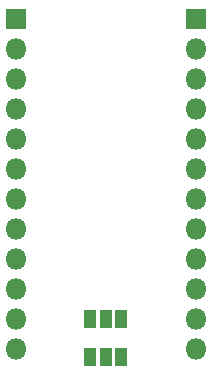
<source format=gbr>
%TF.GenerationSoftware,KiCad,Pcbnew,5.1.6+dfsg1-1*%
%TF.CreationDate,2020-07-12T14:16:47+08:00*%
%TF.ProjectId,gpioexp,6770696f-6578-4702-9e6b-696361645f70,a*%
%TF.SameCoordinates,Original*%
%TF.FileFunction,Soldermask,Bot*%
%TF.FilePolarity,Negative*%
%FSLAX46Y46*%
G04 Gerber Fmt 4.6, Leading zero omitted, Abs format (unit mm)*
G04 Created by KiCad (PCBNEW 5.1.6+dfsg1-1) date 2020-07-12 14:16:47*
%MOMM*%
%LPD*%
G01*
G04 APERTURE LIST*
%ADD10R,1.100000X1.600000*%
%ADD11O,1.800000X1.800000*%
%ADD12R,1.800000X1.800000*%
G04 APERTURE END LIST*
D10*
%TO.C,JP2*%
X142240000Y-109855000D03*
X143540000Y-109855000D03*
X140940000Y-109855000D03*
%TD*%
%TO.C,JP1*%
X142240000Y-106680000D03*
X143540000Y-106680000D03*
X140940000Y-106680000D03*
%TD*%
D11*
%TO.C,J2*%
X149860000Y-109220000D03*
X149860000Y-106680000D03*
X149860000Y-104140000D03*
X149860000Y-101600000D03*
X149860000Y-99060000D03*
X149860000Y-96520000D03*
X149860000Y-93980000D03*
X149860000Y-91440000D03*
X149860000Y-88900000D03*
X149860000Y-86360000D03*
X149860000Y-83820000D03*
D12*
X149860000Y-81280000D03*
%TD*%
D11*
%TO.C,J1*%
X134620000Y-109220000D03*
X134620000Y-106680000D03*
X134620000Y-104140000D03*
X134620000Y-101600000D03*
X134620000Y-99060000D03*
X134620000Y-96520000D03*
X134620000Y-93980000D03*
X134620000Y-91440000D03*
X134620000Y-88900000D03*
X134620000Y-86360000D03*
X134620000Y-83820000D03*
D12*
X134620000Y-81280000D03*
%TD*%
M02*

</source>
